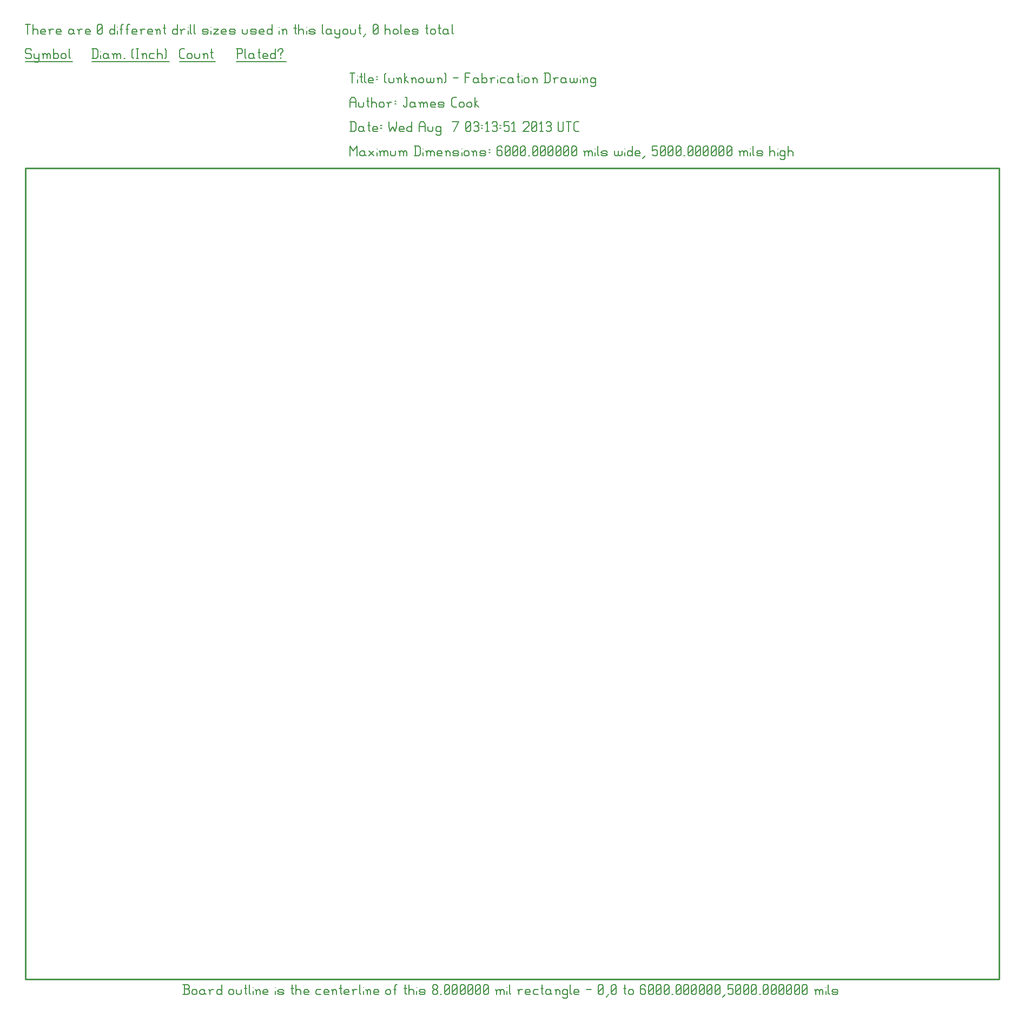
<source format=gbr>
G04 start of page 16 for group -3984 idx -3984 *
G04 Title: (unknown), fab *
G04 Creator: pcb 20110918 *
G04 CreationDate: Wed Aug  7 03:13:51 2013 UTC *
G04 For: mokus *
G04 Format: Gerber/RS-274X *
G04 PCB-Dimensions: 600000 500000 *
G04 PCB-Coordinate-Origin: lower left *
%MOIN*%
%FSLAX25Y25*%
%LNFAB*%
%ADD18C,0.0100*%
%ADD17C,0.0075*%
%ADD16C,0.0060*%
G54D16*X3000Y573500D02*X3750Y572750D01*
X750Y573500D02*X3000D01*
X0Y572750D02*X750Y573500D01*
X0Y572750D02*Y571250D01*
X750Y570500D01*
X3000D01*
X3750Y569750D01*
Y568250D01*
X3000Y567500D02*X3750Y568250D01*
X750Y567500D02*X3000D01*
X0Y568250D02*X750Y567500D01*
X5550Y570500D02*Y568250D01*
X6300Y567500D01*
X8550Y570500D02*Y566000D01*
X7800Y565250D02*X8550Y566000D01*
X6300Y565250D02*X7800D01*
X5550Y566000D02*X6300Y565250D01*
Y567500D02*X7800D01*
X8550Y568250D01*
X11100Y569750D02*Y567500D01*
Y569750D02*X11850Y570500D01*
X12600D01*
X13350Y569750D01*
Y567500D01*
Y569750D02*X14100Y570500D01*
X14850D01*
X15600Y569750D01*
Y567500D01*
X10350Y570500D02*X11100Y569750D01*
X17400Y573500D02*Y567500D01*
Y568250D02*X18150Y567500D01*
X19650D01*
X20400Y568250D01*
Y569750D02*Y568250D01*
X19650Y570500D02*X20400Y569750D01*
X18150Y570500D02*X19650D01*
X17400Y569750D02*X18150Y570500D01*
X22200Y569750D02*Y568250D01*
Y569750D02*X22950Y570500D01*
X24450D01*
X25200Y569750D01*
Y568250D01*
X24450Y567500D02*X25200Y568250D01*
X22950Y567500D02*X24450D01*
X22200Y568250D02*X22950Y567500D01*
X27000Y573500D02*Y568250D01*
X27750Y567500D01*
X0Y565750D02*X29250D01*
X41750Y573500D02*Y567500D01*
X43700Y573500D02*X44750Y572450D01*
Y568550D01*
X43700Y567500D02*X44750Y568550D01*
X41000Y567500D02*X43700D01*
X41000Y573500D02*X43700D01*
G54D17*X46550Y572000D02*Y571850D01*
G54D16*Y569750D02*Y567500D01*
X50300Y570500D02*X51050Y569750D01*
X48800Y570500D02*X50300D01*
X48050Y569750D02*X48800Y570500D01*
X48050Y569750D02*Y568250D01*
X48800Y567500D01*
X51050Y570500D02*Y568250D01*
X51800Y567500D01*
X48800D02*X50300D01*
X51050Y568250D01*
X54350Y569750D02*Y567500D01*
Y569750D02*X55100Y570500D01*
X55850D01*
X56600Y569750D01*
Y567500D01*
Y569750D02*X57350Y570500D01*
X58100D01*
X58850Y569750D01*
Y567500D01*
X53600Y570500D02*X54350Y569750D01*
X60650Y567500D02*X61400D01*
X65900Y568250D02*X66650Y567500D01*
X65900Y572750D02*X66650Y573500D01*
X65900Y572750D02*Y568250D01*
X68450Y573500D02*X69950D01*
X69200D02*Y567500D01*
X68450D02*X69950D01*
X72500Y569750D02*Y567500D01*
Y569750D02*X73250Y570500D01*
X74000D01*
X74750Y569750D01*
Y567500D01*
X71750Y570500D02*X72500Y569750D01*
X77300Y570500D02*X79550D01*
X76550Y569750D02*X77300Y570500D01*
X76550Y569750D02*Y568250D01*
X77300Y567500D01*
X79550D01*
X81350Y573500D02*Y567500D01*
Y569750D02*X82100Y570500D01*
X83600D01*
X84350Y569750D01*
Y567500D01*
X86150Y573500D02*X86900Y572750D01*
Y568250D01*
X86150Y567500D02*X86900Y568250D01*
X41000Y565750D02*X88700D01*
X96050Y567500D02*X98000D01*
X95000Y568550D02*X96050Y567500D01*
X95000Y572450D02*Y568550D01*
Y572450D02*X96050Y573500D01*
X98000D01*
X99800Y569750D02*Y568250D01*
Y569750D02*X100550Y570500D01*
X102050D01*
X102800Y569750D01*
Y568250D01*
X102050Y567500D02*X102800Y568250D01*
X100550Y567500D02*X102050D01*
X99800Y568250D02*X100550Y567500D01*
X104600Y570500D02*Y568250D01*
X105350Y567500D01*
X106850D01*
X107600Y568250D01*
Y570500D02*Y568250D01*
X110150Y569750D02*Y567500D01*
Y569750D02*X110900Y570500D01*
X111650D01*
X112400Y569750D01*
Y567500D01*
X109400Y570500D02*X110150Y569750D01*
X114950Y573500D02*Y568250D01*
X115700Y567500D01*
X114200Y571250D02*X115700D01*
X95000Y565750D02*X117200D01*
X130750Y573500D02*Y567500D01*
X130000Y573500D02*X133000D01*
X133750Y572750D01*
Y571250D01*
X133000Y570500D02*X133750Y571250D01*
X130750Y570500D02*X133000D01*
X135550Y573500D02*Y568250D01*
X136300Y567500D01*
X140050Y570500D02*X140800Y569750D01*
X138550Y570500D02*X140050D01*
X137800Y569750D02*X138550Y570500D01*
X137800Y569750D02*Y568250D01*
X138550Y567500D01*
X140800Y570500D02*Y568250D01*
X141550Y567500D01*
X138550D02*X140050D01*
X140800Y568250D01*
X144100Y573500D02*Y568250D01*
X144850Y567500D01*
X143350Y571250D02*X144850D01*
X147100Y567500D02*X149350D01*
X146350Y568250D02*X147100Y567500D01*
X146350Y569750D02*Y568250D01*
Y569750D02*X147100Y570500D01*
X148600D01*
X149350Y569750D01*
X146350Y569000D02*X149350D01*
Y569750D02*Y569000D01*
X154150Y573500D02*Y567500D01*
X153400D02*X154150Y568250D01*
X151900Y567500D02*X153400D01*
X151150Y568250D02*X151900Y567500D01*
X151150Y569750D02*Y568250D01*
Y569750D02*X151900Y570500D01*
X153400D01*
X154150Y569750D01*
X157450Y570500D02*Y569750D01*
Y568250D02*Y567500D01*
X155950Y572750D02*Y572000D01*
Y572750D02*X156700Y573500D01*
X158200D01*
X158950Y572750D01*
Y572000D01*
X157450Y570500D02*X158950Y572000D01*
X130000Y565750D02*X160750D01*
X0Y588500D02*X3000D01*
X1500D02*Y582500D01*
X4800Y588500D02*Y582500D01*
Y584750D02*X5550Y585500D01*
X7050D01*
X7800Y584750D01*
Y582500D01*
X10350D02*X12600D01*
X9600Y583250D02*X10350Y582500D01*
X9600Y584750D02*Y583250D01*
Y584750D02*X10350Y585500D01*
X11850D01*
X12600Y584750D01*
X9600Y584000D02*X12600D01*
Y584750D02*Y584000D01*
X15150Y584750D02*Y582500D01*
Y584750D02*X15900Y585500D01*
X17400D01*
X14400D02*X15150Y584750D01*
X19950Y582500D02*X22200D01*
X19200Y583250D02*X19950Y582500D01*
X19200Y584750D02*Y583250D01*
Y584750D02*X19950Y585500D01*
X21450D01*
X22200Y584750D01*
X19200Y584000D02*X22200D01*
Y584750D02*Y584000D01*
X28950Y585500D02*X29700Y584750D01*
X27450Y585500D02*X28950D01*
X26700Y584750D02*X27450Y585500D01*
X26700Y584750D02*Y583250D01*
X27450Y582500D01*
X29700Y585500D02*Y583250D01*
X30450Y582500D01*
X27450D02*X28950D01*
X29700Y583250D01*
X33000Y584750D02*Y582500D01*
Y584750D02*X33750Y585500D01*
X35250D01*
X32250D02*X33000Y584750D01*
X37800Y582500D02*X40050D01*
X37050Y583250D02*X37800Y582500D01*
X37050Y584750D02*Y583250D01*
Y584750D02*X37800Y585500D01*
X39300D01*
X40050Y584750D01*
X37050Y584000D02*X40050D01*
Y584750D02*Y584000D01*
X44550Y583250D02*X45300Y582500D01*
X44550Y587750D02*Y583250D01*
Y587750D02*X45300Y588500D01*
X46800D01*
X47550Y587750D01*
Y583250D01*
X46800Y582500D02*X47550Y583250D01*
X45300Y582500D02*X46800D01*
X44550Y584000D02*X47550Y587000D01*
X55050Y588500D02*Y582500D01*
X54300D02*X55050Y583250D01*
X52800Y582500D02*X54300D01*
X52050Y583250D02*X52800Y582500D01*
X52050Y584750D02*Y583250D01*
Y584750D02*X52800Y585500D01*
X54300D01*
X55050Y584750D01*
G54D17*X56850Y587000D02*Y586850D01*
G54D16*Y584750D02*Y582500D01*
X59100Y587750D02*Y582500D01*
Y587750D02*X59850Y588500D01*
X60600D01*
X58350Y585500D02*X59850D01*
X62850Y587750D02*Y582500D01*
Y587750D02*X63600Y588500D01*
X64350D01*
X62100Y585500D02*X63600D01*
X66600Y582500D02*X68850D01*
X65850Y583250D02*X66600Y582500D01*
X65850Y584750D02*Y583250D01*
Y584750D02*X66600Y585500D01*
X68100D01*
X68850Y584750D01*
X65850Y584000D02*X68850D01*
Y584750D02*Y584000D01*
X71400Y584750D02*Y582500D01*
Y584750D02*X72150Y585500D01*
X73650D01*
X70650D02*X71400Y584750D01*
X76200Y582500D02*X78450D01*
X75450Y583250D02*X76200Y582500D01*
X75450Y584750D02*Y583250D01*
Y584750D02*X76200Y585500D01*
X77700D01*
X78450Y584750D01*
X75450Y584000D02*X78450D01*
Y584750D02*Y584000D01*
X81000Y584750D02*Y582500D01*
Y584750D02*X81750Y585500D01*
X82500D01*
X83250Y584750D01*
Y582500D01*
X80250Y585500D02*X81000Y584750D01*
X85800Y588500D02*Y583250D01*
X86550Y582500D01*
X85050Y586250D02*X86550D01*
X93750Y588500D02*Y582500D01*
X93000D02*X93750Y583250D01*
X91500Y582500D02*X93000D01*
X90750Y583250D02*X91500Y582500D01*
X90750Y584750D02*Y583250D01*
Y584750D02*X91500Y585500D01*
X93000D01*
X93750Y584750D01*
X96300D02*Y582500D01*
Y584750D02*X97050Y585500D01*
X98550D01*
X95550D02*X96300Y584750D01*
G54D17*X100350Y587000D02*Y586850D01*
G54D16*Y584750D02*Y582500D01*
X101850Y588500D02*Y583250D01*
X102600Y582500D01*
X104100Y588500D02*Y583250D01*
X104850Y582500D01*
X109800D02*X112050D01*
X112800Y583250D01*
X112050Y584000D02*X112800Y583250D01*
X109800Y584000D02*X112050D01*
X109050Y584750D02*X109800Y584000D01*
X109050Y584750D02*X109800Y585500D01*
X112050D01*
X112800Y584750D01*
X109050Y583250D02*X109800Y582500D01*
G54D17*X114600Y587000D02*Y586850D01*
G54D16*Y584750D02*Y582500D01*
X116100Y585500D02*X119100D01*
X116100Y582500D02*X119100Y585500D01*
X116100Y582500D02*X119100D01*
X121650D02*X123900D01*
X120900Y583250D02*X121650Y582500D01*
X120900Y584750D02*Y583250D01*
Y584750D02*X121650Y585500D01*
X123150D01*
X123900Y584750D01*
X120900Y584000D02*X123900D01*
Y584750D02*Y584000D01*
X126450Y582500D02*X128700D01*
X129450Y583250D01*
X128700Y584000D02*X129450Y583250D01*
X126450Y584000D02*X128700D01*
X125700Y584750D02*X126450Y584000D01*
X125700Y584750D02*X126450Y585500D01*
X128700D01*
X129450Y584750D01*
X125700Y583250D02*X126450Y582500D01*
X133950Y585500D02*Y583250D01*
X134700Y582500D01*
X136200D01*
X136950Y583250D01*
Y585500D02*Y583250D01*
X139500Y582500D02*X141750D01*
X142500Y583250D01*
X141750Y584000D02*X142500Y583250D01*
X139500Y584000D02*X141750D01*
X138750Y584750D02*X139500Y584000D01*
X138750Y584750D02*X139500Y585500D01*
X141750D01*
X142500Y584750D01*
X138750Y583250D02*X139500Y582500D01*
X145050D02*X147300D01*
X144300Y583250D02*X145050Y582500D01*
X144300Y584750D02*Y583250D01*
Y584750D02*X145050Y585500D01*
X146550D01*
X147300Y584750D01*
X144300Y584000D02*X147300D01*
Y584750D02*Y584000D01*
X152100Y588500D02*Y582500D01*
X151350D02*X152100Y583250D01*
X149850Y582500D02*X151350D01*
X149100Y583250D02*X149850Y582500D01*
X149100Y584750D02*Y583250D01*
Y584750D02*X149850Y585500D01*
X151350D01*
X152100Y584750D01*
G54D17*X156600Y587000D02*Y586850D01*
G54D16*Y584750D02*Y582500D01*
X158850Y584750D02*Y582500D01*
Y584750D02*X159600Y585500D01*
X160350D01*
X161100Y584750D01*
Y582500D01*
X158100Y585500D02*X158850Y584750D01*
X166350Y588500D02*Y583250D01*
X167100Y582500D01*
X165600Y586250D02*X167100D01*
X168600Y588500D02*Y582500D01*
Y584750D02*X169350Y585500D01*
X170850D01*
X171600Y584750D01*
Y582500D01*
G54D17*X173400Y587000D02*Y586850D01*
G54D16*Y584750D02*Y582500D01*
X175650D02*X177900D01*
X178650Y583250D01*
X177900Y584000D02*X178650Y583250D01*
X175650Y584000D02*X177900D01*
X174900Y584750D02*X175650Y584000D01*
X174900Y584750D02*X175650Y585500D01*
X177900D01*
X178650Y584750D01*
X174900Y583250D02*X175650Y582500D01*
X183150Y588500D02*Y583250D01*
X183900Y582500D01*
X187650Y585500D02*X188400Y584750D01*
X186150Y585500D02*X187650D01*
X185400Y584750D02*X186150Y585500D01*
X185400Y584750D02*Y583250D01*
X186150Y582500D01*
X188400Y585500D02*Y583250D01*
X189150Y582500D01*
X186150D02*X187650D01*
X188400Y583250D01*
X190950Y585500D02*Y583250D01*
X191700Y582500D01*
X193950Y585500D02*Y581000D01*
X193200Y580250D02*X193950Y581000D01*
X191700Y580250D02*X193200D01*
X190950Y581000D02*X191700Y580250D01*
Y582500D02*X193200D01*
X193950Y583250D01*
X195750Y584750D02*Y583250D01*
Y584750D02*X196500Y585500D01*
X198000D01*
X198750Y584750D01*
Y583250D01*
X198000Y582500D02*X198750Y583250D01*
X196500Y582500D02*X198000D01*
X195750Y583250D02*X196500Y582500D01*
X200550Y585500D02*Y583250D01*
X201300Y582500D01*
X202800D01*
X203550Y583250D01*
Y585500D02*Y583250D01*
X206100Y588500D02*Y583250D01*
X206850Y582500D01*
X205350Y586250D02*X206850D01*
X208350Y581000D02*X209850Y582500D01*
X214350Y583250D02*X215100Y582500D01*
X214350Y587750D02*Y583250D01*
Y587750D02*X215100Y588500D01*
X216600D01*
X217350Y587750D01*
Y583250D01*
X216600Y582500D02*X217350Y583250D01*
X215100Y582500D02*X216600D01*
X214350Y584000D02*X217350Y587000D01*
X221850Y588500D02*Y582500D01*
Y584750D02*X222600Y585500D01*
X224100D01*
X224850Y584750D01*
Y582500D01*
X226650Y584750D02*Y583250D01*
Y584750D02*X227400Y585500D01*
X228900D01*
X229650Y584750D01*
Y583250D01*
X228900Y582500D02*X229650Y583250D01*
X227400Y582500D02*X228900D01*
X226650Y583250D02*X227400Y582500D01*
X231450Y588500D02*Y583250D01*
X232200Y582500D01*
X234450D02*X236700D01*
X233700Y583250D02*X234450Y582500D01*
X233700Y584750D02*Y583250D01*
Y584750D02*X234450Y585500D01*
X235950D01*
X236700Y584750D01*
X233700Y584000D02*X236700D01*
Y584750D02*Y584000D01*
X239250Y582500D02*X241500D01*
X242250Y583250D01*
X241500Y584000D02*X242250Y583250D01*
X239250Y584000D02*X241500D01*
X238500Y584750D02*X239250Y584000D01*
X238500Y584750D02*X239250Y585500D01*
X241500D01*
X242250Y584750D01*
X238500Y583250D02*X239250Y582500D01*
X247500Y588500D02*Y583250D01*
X248250Y582500D01*
X246750Y586250D02*X248250D01*
X249750Y584750D02*Y583250D01*
Y584750D02*X250500Y585500D01*
X252000D01*
X252750Y584750D01*
Y583250D01*
X252000Y582500D02*X252750Y583250D01*
X250500Y582500D02*X252000D01*
X249750Y583250D02*X250500Y582500D01*
X255300Y588500D02*Y583250D01*
X256050Y582500D01*
X254550Y586250D02*X256050D01*
X259800Y585500D02*X260550Y584750D01*
X258300Y585500D02*X259800D01*
X257550Y584750D02*X258300Y585500D01*
X257550Y584750D02*Y583250D01*
X258300Y582500D01*
X260550Y585500D02*Y583250D01*
X261300Y582500D01*
X258300D02*X259800D01*
X260550Y583250D01*
X263100Y588500D02*Y583250D01*
X263850Y582500D01*
G54D18*X0Y500000D02*X600000D01*
X0D02*Y0D01*
X600000Y500000D02*Y0D01*
X0D02*X600000D01*
G54D16*X200000Y513500D02*Y507500D01*
Y513500D02*X202250Y510500D01*
X204500Y513500D01*
Y507500D01*
X208550Y510500D02*X209300Y509750D01*
X207050Y510500D02*X208550D01*
X206300Y509750D02*X207050Y510500D01*
X206300Y509750D02*Y508250D01*
X207050Y507500D01*
X209300Y510500D02*Y508250D01*
X210050Y507500D01*
X207050D02*X208550D01*
X209300Y508250D01*
X211850Y510500D02*X214850Y507500D01*
X211850D02*X214850Y510500D01*
G54D17*X216650Y512000D02*Y511850D01*
G54D16*Y509750D02*Y507500D01*
X218900Y509750D02*Y507500D01*
Y509750D02*X219650Y510500D01*
X220400D01*
X221150Y509750D01*
Y507500D01*
Y509750D02*X221900Y510500D01*
X222650D01*
X223400Y509750D01*
Y507500D01*
X218150Y510500D02*X218900Y509750D01*
X225200Y510500D02*Y508250D01*
X225950Y507500D01*
X227450D01*
X228200Y508250D01*
Y510500D02*Y508250D01*
X230750Y509750D02*Y507500D01*
Y509750D02*X231500Y510500D01*
X232250D01*
X233000Y509750D01*
Y507500D01*
Y509750D02*X233750Y510500D01*
X234500D01*
X235250Y509750D01*
Y507500D01*
X230000Y510500D02*X230750Y509750D01*
X240500Y513500D02*Y507500D01*
X242450Y513500D02*X243500Y512450D01*
Y508550D01*
X242450Y507500D02*X243500Y508550D01*
X239750Y507500D02*X242450D01*
X239750Y513500D02*X242450D01*
G54D17*X245300Y512000D02*Y511850D01*
G54D16*Y509750D02*Y507500D01*
X247550Y509750D02*Y507500D01*
Y509750D02*X248300Y510500D01*
X249050D01*
X249800Y509750D01*
Y507500D01*
Y509750D02*X250550Y510500D01*
X251300D01*
X252050Y509750D01*
Y507500D01*
X246800Y510500D02*X247550Y509750D01*
X254600Y507500D02*X256850D01*
X253850Y508250D02*X254600Y507500D01*
X253850Y509750D02*Y508250D01*
Y509750D02*X254600Y510500D01*
X256100D01*
X256850Y509750D01*
X253850Y509000D02*X256850D01*
Y509750D02*Y509000D01*
X259400Y509750D02*Y507500D01*
Y509750D02*X260150Y510500D01*
X260900D01*
X261650Y509750D01*
Y507500D01*
X258650Y510500D02*X259400Y509750D01*
X264200Y507500D02*X266450D01*
X267200Y508250D01*
X266450Y509000D02*X267200Y508250D01*
X264200Y509000D02*X266450D01*
X263450Y509750D02*X264200Y509000D01*
X263450Y509750D02*X264200Y510500D01*
X266450D01*
X267200Y509750D01*
X263450Y508250D02*X264200Y507500D01*
G54D17*X269000Y512000D02*Y511850D01*
G54D16*Y509750D02*Y507500D01*
X270500Y509750D02*Y508250D01*
Y509750D02*X271250Y510500D01*
X272750D01*
X273500Y509750D01*
Y508250D01*
X272750Y507500D02*X273500Y508250D01*
X271250Y507500D02*X272750D01*
X270500Y508250D02*X271250Y507500D01*
X276050Y509750D02*Y507500D01*
Y509750D02*X276800Y510500D01*
X277550D01*
X278300Y509750D01*
Y507500D01*
X275300Y510500D02*X276050Y509750D01*
X280850Y507500D02*X283100D01*
X283850Y508250D01*
X283100Y509000D02*X283850Y508250D01*
X280850Y509000D02*X283100D01*
X280100Y509750D02*X280850Y509000D01*
X280100Y509750D02*X280850Y510500D01*
X283100D01*
X283850Y509750D01*
X280100Y508250D02*X280850Y507500D01*
X285650Y511250D02*X286400D01*
X285650Y509750D02*X286400D01*
X293150Y513500D02*X293900Y512750D01*
X291650Y513500D02*X293150D01*
X290900Y512750D02*X291650Y513500D01*
X290900Y512750D02*Y508250D01*
X291650Y507500D01*
X293150Y510800D02*X293900Y510050D01*
X290900Y510800D02*X293150D01*
X291650Y507500D02*X293150D01*
X293900Y508250D01*
Y510050D02*Y508250D01*
X295700D02*X296450Y507500D01*
X295700Y512750D02*Y508250D01*
Y512750D02*X296450Y513500D01*
X297950D01*
X298700Y512750D01*
Y508250D01*
X297950Y507500D02*X298700Y508250D01*
X296450Y507500D02*X297950D01*
X295700Y509000D02*X298700Y512000D01*
X300500Y508250D02*X301250Y507500D01*
X300500Y512750D02*Y508250D01*
Y512750D02*X301250Y513500D01*
X302750D01*
X303500Y512750D01*
Y508250D01*
X302750Y507500D02*X303500Y508250D01*
X301250Y507500D02*X302750D01*
X300500Y509000D02*X303500Y512000D01*
X305300Y508250D02*X306050Y507500D01*
X305300Y512750D02*Y508250D01*
Y512750D02*X306050Y513500D01*
X307550D01*
X308300Y512750D01*
Y508250D01*
X307550Y507500D02*X308300Y508250D01*
X306050Y507500D02*X307550D01*
X305300Y509000D02*X308300Y512000D01*
X310100Y507500D02*X310850D01*
X312650Y508250D02*X313400Y507500D01*
X312650Y512750D02*Y508250D01*
Y512750D02*X313400Y513500D01*
X314900D01*
X315650Y512750D01*
Y508250D01*
X314900Y507500D02*X315650Y508250D01*
X313400Y507500D02*X314900D01*
X312650Y509000D02*X315650Y512000D01*
X317450Y508250D02*X318200Y507500D01*
X317450Y512750D02*Y508250D01*
Y512750D02*X318200Y513500D01*
X319700D01*
X320450Y512750D01*
Y508250D01*
X319700Y507500D02*X320450Y508250D01*
X318200Y507500D02*X319700D01*
X317450Y509000D02*X320450Y512000D01*
X322250Y508250D02*X323000Y507500D01*
X322250Y512750D02*Y508250D01*
Y512750D02*X323000Y513500D01*
X324500D01*
X325250Y512750D01*
Y508250D01*
X324500Y507500D02*X325250Y508250D01*
X323000Y507500D02*X324500D01*
X322250Y509000D02*X325250Y512000D01*
X327050Y508250D02*X327800Y507500D01*
X327050Y512750D02*Y508250D01*
Y512750D02*X327800Y513500D01*
X329300D01*
X330050Y512750D01*
Y508250D01*
X329300Y507500D02*X330050Y508250D01*
X327800Y507500D02*X329300D01*
X327050Y509000D02*X330050Y512000D01*
X331850Y508250D02*X332600Y507500D01*
X331850Y512750D02*Y508250D01*
Y512750D02*X332600Y513500D01*
X334100D01*
X334850Y512750D01*
Y508250D01*
X334100Y507500D02*X334850Y508250D01*
X332600Y507500D02*X334100D01*
X331850Y509000D02*X334850Y512000D01*
X336650Y508250D02*X337400Y507500D01*
X336650Y512750D02*Y508250D01*
Y512750D02*X337400Y513500D01*
X338900D01*
X339650Y512750D01*
Y508250D01*
X338900Y507500D02*X339650Y508250D01*
X337400Y507500D02*X338900D01*
X336650Y509000D02*X339650Y512000D01*
X344900Y509750D02*Y507500D01*
Y509750D02*X345650Y510500D01*
X346400D01*
X347150Y509750D01*
Y507500D01*
Y509750D02*X347900Y510500D01*
X348650D01*
X349400Y509750D01*
Y507500D01*
X344150Y510500D02*X344900Y509750D01*
G54D17*X351200Y512000D02*Y511850D01*
G54D16*Y509750D02*Y507500D01*
X352700Y513500D02*Y508250D01*
X353450Y507500D01*
X355700D02*X357950D01*
X358700Y508250D01*
X357950Y509000D02*X358700Y508250D01*
X355700Y509000D02*X357950D01*
X354950Y509750D02*X355700Y509000D01*
X354950Y509750D02*X355700Y510500D01*
X357950D01*
X358700Y509750D01*
X354950Y508250D02*X355700Y507500D01*
X363200Y510500D02*Y508250D01*
X363950Y507500D01*
X364700D01*
X365450Y508250D01*
Y510500D02*Y508250D01*
X366200Y507500D01*
X366950D01*
X367700Y508250D01*
Y510500D02*Y508250D01*
G54D17*X369500Y512000D02*Y511850D01*
G54D16*Y509750D02*Y507500D01*
X374000Y513500D02*Y507500D01*
X373250D02*X374000Y508250D01*
X371750Y507500D02*X373250D01*
X371000Y508250D02*X371750Y507500D01*
X371000Y509750D02*Y508250D01*
Y509750D02*X371750Y510500D01*
X373250D01*
X374000Y509750D01*
X376550Y507500D02*X378800D01*
X375800Y508250D02*X376550Y507500D01*
X375800Y509750D02*Y508250D01*
Y509750D02*X376550Y510500D01*
X378050D01*
X378800Y509750D01*
X375800Y509000D02*X378800D01*
Y509750D02*Y509000D01*
X380600Y506000D02*X382100Y507500D01*
X386600Y513500D02*X389600D01*
X386600D02*Y510500D01*
X387350Y511250D01*
X388850D01*
X389600Y510500D01*
Y508250D01*
X388850Y507500D02*X389600Y508250D01*
X387350Y507500D02*X388850D01*
X386600Y508250D02*X387350Y507500D01*
X391400Y508250D02*X392150Y507500D01*
X391400Y512750D02*Y508250D01*
Y512750D02*X392150Y513500D01*
X393650D01*
X394400Y512750D01*
Y508250D01*
X393650Y507500D02*X394400Y508250D01*
X392150Y507500D02*X393650D01*
X391400Y509000D02*X394400Y512000D01*
X396200Y508250D02*X396950Y507500D01*
X396200Y512750D02*Y508250D01*
Y512750D02*X396950Y513500D01*
X398450D01*
X399200Y512750D01*
Y508250D01*
X398450Y507500D02*X399200Y508250D01*
X396950Y507500D02*X398450D01*
X396200Y509000D02*X399200Y512000D01*
X401000Y508250D02*X401750Y507500D01*
X401000Y512750D02*Y508250D01*
Y512750D02*X401750Y513500D01*
X403250D01*
X404000Y512750D01*
Y508250D01*
X403250Y507500D02*X404000Y508250D01*
X401750Y507500D02*X403250D01*
X401000Y509000D02*X404000Y512000D01*
X405800Y507500D02*X406550D01*
X408350Y508250D02*X409100Y507500D01*
X408350Y512750D02*Y508250D01*
Y512750D02*X409100Y513500D01*
X410600D01*
X411350Y512750D01*
Y508250D01*
X410600Y507500D02*X411350Y508250D01*
X409100Y507500D02*X410600D01*
X408350Y509000D02*X411350Y512000D01*
X413150Y508250D02*X413900Y507500D01*
X413150Y512750D02*Y508250D01*
Y512750D02*X413900Y513500D01*
X415400D01*
X416150Y512750D01*
Y508250D01*
X415400Y507500D02*X416150Y508250D01*
X413900Y507500D02*X415400D01*
X413150Y509000D02*X416150Y512000D01*
X417950Y508250D02*X418700Y507500D01*
X417950Y512750D02*Y508250D01*
Y512750D02*X418700Y513500D01*
X420200D01*
X420950Y512750D01*
Y508250D01*
X420200Y507500D02*X420950Y508250D01*
X418700Y507500D02*X420200D01*
X417950Y509000D02*X420950Y512000D01*
X422750Y508250D02*X423500Y507500D01*
X422750Y512750D02*Y508250D01*
Y512750D02*X423500Y513500D01*
X425000D01*
X425750Y512750D01*
Y508250D01*
X425000Y507500D02*X425750Y508250D01*
X423500Y507500D02*X425000D01*
X422750Y509000D02*X425750Y512000D01*
X427550Y508250D02*X428300Y507500D01*
X427550Y512750D02*Y508250D01*
Y512750D02*X428300Y513500D01*
X429800D01*
X430550Y512750D01*
Y508250D01*
X429800Y507500D02*X430550Y508250D01*
X428300Y507500D02*X429800D01*
X427550Y509000D02*X430550Y512000D01*
X432350Y508250D02*X433100Y507500D01*
X432350Y512750D02*Y508250D01*
Y512750D02*X433100Y513500D01*
X434600D01*
X435350Y512750D01*
Y508250D01*
X434600Y507500D02*X435350Y508250D01*
X433100Y507500D02*X434600D01*
X432350Y509000D02*X435350Y512000D01*
X440600Y509750D02*Y507500D01*
Y509750D02*X441350Y510500D01*
X442100D01*
X442850Y509750D01*
Y507500D01*
Y509750D02*X443600Y510500D01*
X444350D01*
X445100Y509750D01*
Y507500D01*
X439850Y510500D02*X440600Y509750D01*
G54D17*X446900Y512000D02*Y511850D01*
G54D16*Y509750D02*Y507500D01*
X448400Y513500D02*Y508250D01*
X449150Y507500D01*
X451400D02*X453650D01*
X454400Y508250D01*
X453650Y509000D02*X454400Y508250D01*
X451400Y509000D02*X453650D01*
X450650Y509750D02*X451400Y509000D01*
X450650Y509750D02*X451400Y510500D01*
X453650D01*
X454400Y509750D01*
X450650Y508250D02*X451400Y507500D01*
X458900Y513500D02*Y507500D01*
Y509750D02*X459650Y510500D01*
X461150D01*
X461900Y509750D01*
Y507500D01*
G54D17*X463700Y512000D02*Y511850D01*
G54D16*Y509750D02*Y507500D01*
X467450Y510500D02*X468200Y509750D01*
X465950Y510500D02*X467450D01*
X465200Y509750D02*X465950Y510500D01*
X465200Y509750D02*Y508250D01*
X465950Y507500D01*
X467450D01*
X468200Y508250D01*
X465200Y506000D02*X465950Y505250D01*
X467450D01*
X468200Y506000D01*
Y510500D02*Y506000D01*
X470000Y513500D02*Y507500D01*
Y509750D02*X470750Y510500D01*
X472250D01*
X473000Y509750D01*
Y507500D01*
X97275Y-9500D02*X100275D01*
X101025Y-8750D01*
Y-6950D02*Y-8750D01*
X100275Y-6200D02*X101025Y-6950D01*
X98025Y-6200D02*X100275D01*
X98025Y-3500D02*Y-9500D01*
X97275Y-3500D02*X100275D01*
X101025Y-4250D01*
Y-5450D01*
X100275Y-6200D02*X101025Y-5450D01*
X102825Y-7250D02*Y-8750D01*
Y-7250D02*X103575Y-6500D01*
X105075D01*
X105825Y-7250D01*
Y-8750D01*
X105075Y-9500D02*X105825Y-8750D01*
X103575Y-9500D02*X105075D01*
X102825Y-8750D02*X103575Y-9500D01*
X109875Y-6500D02*X110625Y-7250D01*
X108375Y-6500D02*X109875D01*
X107625Y-7250D02*X108375Y-6500D01*
X107625Y-7250D02*Y-8750D01*
X108375Y-9500D01*
X110625Y-6500D02*Y-8750D01*
X111375Y-9500D01*
X108375D02*X109875D01*
X110625Y-8750D01*
X113925Y-7250D02*Y-9500D01*
Y-7250D02*X114675Y-6500D01*
X116175D01*
X113175D02*X113925Y-7250D01*
X120975Y-3500D02*Y-9500D01*
X120225D02*X120975Y-8750D01*
X118725Y-9500D02*X120225D01*
X117975Y-8750D02*X118725Y-9500D01*
X117975Y-7250D02*Y-8750D01*
Y-7250D02*X118725Y-6500D01*
X120225D01*
X120975Y-7250D01*
X125475D02*Y-8750D01*
Y-7250D02*X126225Y-6500D01*
X127725D01*
X128475Y-7250D01*
Y-8750D01*
X127725Y-9500D02*X128475Y-8750D01*
X126225Y-9500D02*X127725D01*
X125475Y-8750D02*X126225Y-9500D01*
X130275Y-6500D02*Y-8750D01*
X131025Y-9500D01*
X132525D01*
X133275Y-8750D01*
Y-6500D02*Y-8750D01*
X135825Y-3500D02*Y-8750D01*
X136575Y-9500D01*
X135075Y-5750D02*X136575D01*
X138075Y-3500D02*Y-8750D01*
X138825Y-9500D01*
G54D17*X140325Y-5000D02*Y-5150D01*
G54D16*Y-7250D02*Y-9500D01*
X142575Y-7250D02*Y-9500D01*
Y-7250D02*X143325Y-6500D01*
X144075D01*
X144825Y-7250D01*
Y-9500D01*
X141825Y-6500D02*X142575Y-7250D01*
X147375Y-9500D02*X149625D01*
X146625Y-8750D02*X147375Y-9500D01*
X146625Y-7250D02*Y-8750D01*
Y-7250D02*X147375Y-6500D01*
X148875D01*
X149625Y-7250D01*
X146625Y-8000D02*X149625D01*
Y-7250D02*Y-8000D01*
G54D17*X154125Y-5000D02*Y-5150D01*
G54D16*Y-7250D02*Y-9500D01*
X156375D02*X158625D01*
X159375Y-8750D01*
X158625Y-8000D02*X159375Y-8750D01*
X156375Y-8000D02*X158625D01*
X155625Y-7250D02*X156375Y-8000D01*
X155625Y-7250D02*X156375Y-6500D01*
X158625D01*
X159375Y-7250D01*
X155625Y-8750D02*X156375Y-9500D01*
X164625Y-3500D02*Y-8750D01*
X165375Y-9500D01*
X163875Y-5750D02*X165375D01*
X166875Y-3500D02*Y-9500D01*
Y-7250D02*X167625Y-6500D01*
X169125D01*
X169875Y-7250D01*
Y-9500D01*
X172425D02*X174675D01*
X171675Y-8750D02*X172425Y-9500D01*
X171675Y-7250D02*Y-8750D01*
Y-7250D02*X172425Y-6500D01*
X173925D01*
X174675Y-7250D01*
X171675Y-8000D02*X174675D01*
Y-7250D02*Y-8000D01*
X179925Y-6500D02*X182175D01*
X179175Y-7250D02*X179925Y-6500D01*
X179175Y-7250D02*Y-8750D01*
X179925Y-9500D01*
X182175D01*
X184725D02*X186975D01*
X183975Y-8750D02*X184725Y-9500D01*
X183975Y-7250D02*Y-8750D01*
Y-7250D02*X184725Y-6500D01*
X186225D01*
X186975Y-7250D01*
X183975Y-8000D02*X186975D01*
Y-7250D02*Y-8000D01*
X189525Y-7250D02*Y-9500D01*
Y-7250D02*X190275Y-6500D01*
X191025D01*
X191775Y-7250D01*
Y-9500D01*
X188775Y-6500D02*X189525Y-7250D01*
X194325Y-3500D02*Y-8750D01*
X195075Y-9500D01*
X193575Y-5750D02*X195075D01*
X197325Y-9500D02*X199575D01*
X196575Y-8750D02*X197325Y-9500D01*
X196575Y-7250D02*Y-8750D01*
Y-7250D02*X197325Y-6500D01*
X198825D01*
X199575Y-7250D01*
X196575Y-8000D02*X199575D01*
Y-7250D02*Y-8000D01*
X202125Y-7250D02*Y-9500D01*
Y-7250D02*X202875Y-6500D01*
X204375D01*
X201375D02*X202125Y-7250D01*
X206175Y-3500D02*Y-8750D01*
X206925Y-9500D01*
G54D17*X208425Y-5000D02*Y-5150D01*
G54D16*Y-7250D02*Y-9500D01*
X210675Y-7250D02*Y-9500D01*
Y-7250D02*X211425Y-6500D01*
X212175D01*
X212925Y-7250D01*
Y-9500D01*
X209925Y-6500D02*X210675Y-7250D01*
X215475Y-9500D02*X217725D01*
X214725Y-8750D02*X215475Y-9500D01*
X214725Y-7250D02*Y-8750D01*
Y-7250D02*X215475Y-6500D01*
X216975D01*
X217725Y-7250D01*
X214725Y-8000D02*X217725D01*
Y-7250D02*Y-8000D01*
X222225Y-7250D02*Y-8750D01*
Y-7250D02*X222975Y-6500D01*
X224475D01*
X225225Y-7250D01*
Y-8750D01*
X224475Y-9500D02*X225225Y-8750D01*
X222975Y-9500D02*X224475D01*
X222225Y-8750D02*X222975Y-9500D01*
X227775Y-4250D02*Y-9500D01*
Y-4250D02*X228525Y-3500D01*
X229275D01*
X227025Y-6500D02*X228525D01*
X234225Y-3500D02*Y-8750D01*
X234975Y-9500D01*
X233475Y-5750D02*X234975D01*
X236475Y-3500D02*Y-9500D01*
Y-7250D02*X237225Y-6500D01*
X238725D01*
X239475Y-7250D01*
Y-9500D01*
G54D17*X241275Y-5000D02*Y-5150D01*
G54D16*Y-7250D02*Y-9500D01*
X243525D02*X245775D01*
X246525Y-8750D01*
X245775Y-8000D02*X246525Y-8750D01*
X243525Y-8000D02*X245775D01*
X242775Y-7250D02*X243525Y-8000D01*
X242775Y-7250D02*X243525Y-6500D01*
X245775D01*
X246525Y-7250D01*
X242775Y-8750D02*X243525Y-9500D01*
X251025Y-8750D02*X251775Y-9500D01*
X251025Y-7550D02*Y-8750D01*
Y-7550D02*X252075Y-6500D01*
X252975D01*
X254025Y-7550D01*
Y-8750D01*
X253275Y-9500D02*X254025Y-8750D01*
X251775Y-9500D02*X253275D01*
X251025Y-5450D02*X252075Y-6500D01*
X251025Y-4250D02*Y-5450D01*
Y-4250D02*X251775Y-3500D01*
X253275D01*
X254025Y-4250D01*
Y-5450D01*
X252975Y-6500D02*X254025Y-5450D01*
X255825Y-9500D02*X256575D01*
X258375Y-8750D02*X259125Y-9500D01*
X258375Y-4250D02*Y-8750D01*
Y-4250D02*X259125Y-3500D01*
X260625D01*
X261375Y-4250D01*
Y-8750D01*
X260625Y-9500D02*X261375Y-8750D01*
X259125Y-9500D02*X260625D01*
X258375Y-8000D02*X261375Y-5000D01*
X263175Y-8750D02*X263925Y-9500D01*
X263175Y-4250D02*Y-8750D01*
Y-4250D02*X263925Y-3500D01*
X265425D01*
X266175Y-4250D01*
Y-8750D01*
X265425Y-9500D02*X266175Y-8750D01*
X263925Y-9500D02*X265425D01*
X263175Y-8000D02*X266175Y-5000D01*
X267975Y-8750D02*X268725Y-9500D01*
X267975Y-4250D02*Y-8750D01*
Y-4250D02*X268725Y-3500D01*
X270225D01*
X270975Y-4250D01*
Y-8750D01*
X270225Y-9500D02*X270975Y-8750D01*
X268725Y-9500D02*X270225D01*
X267975Y-8000D02*X270975Y-5000D01*
X272775Y-8750D02*X273525Y-9500D01*
X272775Y-4250D02*Y-8750D01*
Y-4250D02*X273525Y-3500D01*
X275025D01*
X275775Y-4250D01*
Y-8750D01*
X275025Y-9500D02*X275775Y-8750D01*
X273525Y-9500D02*X275025D01*
X272775Y-8000D02*X275775Y-5000D01*
X277575Y-8750D02*X278325Y-9500D01*
X277575Y-4250D02*Y-8750D01*
Y-4250D02*X278325Y-3500D01*
X279825D01*
X280575Y-4250D01*
Y-8750D01*
X279825Y-9500D02*X280575Y-8750D01*
X278325Y-9500D02*X279825D01*
X277575Y-8000D02*X280575Y-5000D01*
X282375Y-8750D02*X283125Y-9500D01*
X282375Y-4250D02*Y-8750D01*
Y-4250D02*X283125Y-3500D01*
X284625D01*
X285375Y-4250D01*
Y-8750D01*
X284625Y-9500D02*X285375Y-8750D01*
X283125Y-9500D02*X284625D01*
X282375Y-8000D02*X285375Y-5000D01*
X290625Y-7250D02*Y-9500D01*
Y-7250D02*X291375Y-6500D01*
X292125D01*
X292875Y-7250D01*
Y-9500D01*
Y-7250D02*X293625Y-6500D01*
X294375D01*
X295125Y-7250D01*
Y-9500D01*
X289875Y-6500D02*X290625Y-7250D01*
G54D17*X296925Y-5000D02*Y-5150D01*
G54D16*Y-7250D02*Y-9500D01*
X298425Y-3500D02*Y-8750D01*
X299175Y-9500D01*
X304125Y-7250D02*Y-9500D01*
Y-7250D02*X304875Y-6500D01*
X306375D01*
X303375D02*X304125Y-7250D01*
X308925Y-9500D02*X311175D01*
X308175Y-8750D02*X308925Y-9500D01*
X308175Y-7250D02*Y-8750D01*
Y-7250D02*X308925Y-6500D01*
X310425D01*
X311175Y-7250D01*
X308175Y-8000D02*X311175D01*
Y-7250D02*Y-8000D01*
X313725Y-6500D02*X315975D01*
X312975Y-7250D02*X313725Y-6500D01*
X312975Y-7250D02*Y-8750D01*
X313725Y-9500D01*
X315975D01*
X318525Y-3500D02*Y-8750D01*
X319275Y-9500D01*
X317775Y-5750D02*X319275D01*
X323025Y-6500D02*X323775Y-7250D01*
X321525Y-6500D02*X323025D01*
X320775Y-7250D02*X321525Y-6500D01*
X320775Y-7250D02*Y-8750D01*
X321525Y-9500D01*
X323775Y-6500D02*Y-8750D01*
X324525Y-9500D01*
X321525D02*X323025D01*
X323775Y-8750D01*
X327075Y-7250D02*Y-9500D01*
Y-7250D02*X327825Y-6500D01*
X328575D01*
X329325Y-7250D01*
Y-9500D01*
X326325Y-6500D02*X327075Y-7250D01*
X333375Y-6500D02*X334125Y-7250D01*
X331875Y-6500D02*X333375D01*
X331125Y-7250D02*X331875Y-6500D01*
X331125Y-7250D02*Y-8750D01*
X331875Y-9500D01*
X333375D01*
X334125Y-8750D01*
X331125Y-11000D02*X331875Y-11750D01*
X333375D01*
X334125Y-11000D01*
Y-6500D02*Y-11000D01*
X335925Y-3500D02*Y-8750D01*
X336675Y-9500D01*
X338925D02*X341175D01*
X338175Y-8750D02*X338925Y-9500D01*
X338175Y-7250D02*Y-8750D01*
Y-7250D02*X338925Y-6500D01*
X340425D01*
X341175Y-7250D01*
X338175Y-8000D02*X341175D01*
Y-7250D02*Y-8000D01*
X345675Y-6500D02*X348675D01*
X353175Y-8750D02*X353925Y-9500D01*
X353175Y-4250D02*Y-8750D01*
Y-4250D02*X353925Y-3500D01*
X355425D01*
X356175Y-4250D01*
Y-8750D01*
X355425Y-9500D02*X356175Y-8750D01*
X353925Y-9500D02*X355425D01*
X353175Y-8000D02*X356175Y-5000D01*
X357975Y-11000D02*X359475Y-9500D01*
X361275Y-8750D02*X362025Y-9500D01*
X361275Y-4250D02*Y-8750D01*
Y-4250D02*X362025Y-3500D01*
X363525D01*
X364275Y-4250D01*
Y-8750D01*
X363525Y-9500D02*X364275Y-8750D01*
X362025Y-9500D02*X363525D01*
X361275Y-8000D02*X364275Y-5000D01*
X369525Y-3500D02*Y-8750D01*
X370275Y-9500D01*
X368775Y-5750D02*X370275D01*
X371775Y-7250D02*Y-8750D01*
Y-7250D02*X372525Y-6500D01*
X374025D01*
X374775Y-7250D01*
Y-8750D01*
X374025Y-9500D02*X374775Y-8750D01*
X372525Y-9500D02*X374025D01*
X371775Y-8750D02*X372525Y-9500D01*
X381525Y-3500D02*X382275Y-4250D01*
X380025Y-3500D02*X381525D01*
X379275Y-4250D02*X380025Y-3500D01*
X379275Y-4250D02*Y-8750D01*
X380025Y-9500D01*
X381525Y-6200D02*X382275Y-6950D01*
X379275Y-6200D02*X381525D01*
X380025Y-9500D02*X381525D01*
X382275Y-8750D01*
Y-6950D02*Y-8750D01*
X384075D02*X384825Y-9500D01*
X384075Y-4250D02*Y-8750D01*
Y-4250D02*X384825Y-3500D01*
X386325D01*
X387075Y-4250D01*
Y-8750D01*
X386325Y-9500D02*X387075Y-8750D01*
X384825Y-9500D02*X386325D01*
X384075Y-8000D02*X387075Y-5000D01*
X388875Y-8750D02*X389625Y-9500D01*
X388875Y-4250D02*Y-8750D01*
Y-4250D02*X389625Y-3500D01*
X391125D01*
X391875Y-4250D01*
Y-8750D01*
X391125Y-9500D02*X391875Y-8750D01*
X389625Y-9500D02*X391125D01*
X388875Y-8000D02*X391875Y-5000D01*
X393675Y-8750D02*X394425Y-9500D01*
X393675Y-4250D02*Y-8750D01*
Y-4250D02*X394425Y-3500D01*
X395925D01*
X396675Y-4250D01*
Y-8750D01*
X395925Y-9500D02*X396675Y-8750D01*
X394425Y-9500D02*X395925D01*
X393675Y-8000D02*X396675Y-5000D01*
X398475Y-9500D02*X399225D01*
X401025Y-8750D02*X401775Y-9500D01*
X401025Y-4250D02*Y-8750D01*
Y-4250D02*X401775Y-3500D01*
X403275D01*
X404025Y-4250D01*
Y-8750D01*
X403275Y-9500D02*X404025Y-8750D01*
X401775Y-9500D02*X403275D01*
X401025Y-8000D02*X404025Y-5000D01*
X405825Y-8750D02*X406575Y-9500D01*
X405825Y-4250D02*Y-8750D01*
Y-4250D02*X406575Y-3500D01*
X408075D01*
X408825Y-4250D01*
Y-8750D01*
X408075Y-9500D02*X408825Y-8750D01*
X406575Y-9500D02*X408075D01*
X405825Y-8000D02*X408825Y-5000D01*
X410625Y-8750D02*X411375Y-9500D01*
X410625Y-4250D02*Y-8750D01*
Y-4250D02*X411375Y-3500D01*
X412875D01*
X413625Y-4250D01*
Y-8750D01*
X412875Y-9500D02*X413625Y-8750D01*
X411375Y-9500D02*X412875D01*
X410625Y-8000D02*X413625Y-5000D01*
X415425Y-8750D02*X416175Y-9500D01*
X415425Y-4250D02*Y-8750D01*
Y-4250D02*X416175Y-3500D01*
X417675D01*
X418425Y-4250D01*
Y-8750D01*
X417675Y-9500D02*X418425Y-8750D01*
X416175Y-9500D02*X417675D01*
X415425Y-8000D02*X418425Y-5000D01*
X420225Y-8750D02*X420975Y-9500D01*
X420225Y-4250D02*Y-8750D01*
Y-4250D02*X420975Y-3500D01*
X422475D01*
X423225Y-4250D01*
Y-8750D01*
X422475Y-9500D02*X423225Y-8750D01*
X420975Y-9500D02*X422475D01*
X420225Y-8000D02*X423225Y-5000D01*
X425025Y-8750D02*X425775Y-9500D01*
X425025Y-4250D02*Y-8750D01*
Y-4250D02*X425775Y-3500D01*
X427275D01*
X428025Y-4250D01*
Y-8750D01*
X427275Y-9500D02*X428025Y-8750D01*
X425775Y-9500D02*X427275D01*
X425025Y-8000D02*X428025Y-5000D01*
X429825Y-11000D02*X431325Y-9500D01*
X433125Y-3500D02*X436125D01*
X433125D02*Y-6500D01*
X433875Y-5750D01*
X435375D01*
X436125Y-6500D01*
Y-8750D01*
X435375Y-9500D02*X436125Y-8750D01*
X433875Y-9500D02*X435375D01*
X433125Y-8750D02*X433875Y-9500D01*
X437925Y-8750D02*X438675Y-9500D01*
X437925Y-4250D02*Y-8750D01*
Y-4250D02*X438675Y-3500D01*
X440175D01*
X440925Y-4250D01*
Y-8750D01*
X440175Y-9500D02*X440925Y-8750D01*
X438675Y-9500D02*X440175D01*
X437925Y-8000D02*X440925Y-5000D01*
X442725Y-8750D02*X443475Y-9500D01*
X442725Y-4250D02*Y-8750D01*
Y-4250D02*X443475Y-3500D01*
X444975D01*
X445725Y-4250D01*
Y-8750D01*
X444975Y-9500D02*X445725Y-8750D01*
X443475Y-9500D02*X444975D01*
X442725Y-8000D02*X445725Y-5000D01*
X447525Y-8750D02*X448275Y-9500D01*
X447525Y-4250D02*Y-8750D01*
Y-4250D02*X448275Y-3500D01*
X449775D01*
X450525Y-4250D01*
Y-8750D01*
X449775Y-9500D02*X450525Y-8750D01*
X448275Y-9500D02*X449775D01*
X447525Y-8000D02*X450525Y-5000D01*
X452325Y-9500D02*X453075D01*
X454875Y-8750D02*X455625Y-9500D01*
X454875Y-4250D02*Y-8750D01*
Y-4250D02*X455625Y-3500D01*
X457125D01*
X457875Y-4250D01*
Y-8750D01*
X457125Y-9500D02*X457875Y-8750D01*
X455625Y-9500D02*X457125D01*
X454875Y-8000D02*X457875Y-5000D01*
X459675Y-8750D02*X460425Y-9500D01*
X459675Y-4250D02*Y-8750D01*
Y-4250D02*X460425Y-3500D01*
X461925D01*
X462675Y-4250D01*
Y-8750D01*
X461925Y-9500D02*X462675Y-8750D01*
X460425Y-9500D02*X461925D01*
X459675Y-8000D02*X462675Y-5000D01*
X464475Y-8750D02*X465225Y-9500D01*
X464475Y-4250D02*Y-8750D01*
Y-4250D02*X465225Y-3500D01*
X466725D01*
X467475Y-4250D01*
Y-8750D01*
X466725Y-9500D02*X467475Y-8750D01*
X465225Y-9500D02*X466725D01*
X464475Y-8000D02*X467475Y-5000D01*
X469275Y-8750D02*X470025Y-9500D01*
X469275Y-4250D02*Y-8750D01*
Y-4250D02*X470025Y-3500D01*
X471525D01*
X472275Y-4250D01*
Y-8750D01*
X471525Y-9500D02*X472275Y-8750D01*
X470025Y-9500D02*X471525D01*
X469275Y-8000D02*X472275Y-5000D01*
X474075Y-8750D02*X474825Y-9500D01*
X474075Y-4250D02*Y-8750D01*
Y-4250D02*X474825Y-3500D01*
X476325D01*
X477075Y-4250D01*
Y-8750D01*
X476325Y-9500D02*X477075Y-8750D01*
X474825Y-9500D02*X476325D01*
X474075Y-8000D02*X477075Y-5000D01*
X478875Y-8750D02*X479625Y-9500D01*
X478875Y-4250D02*Y-8750D01*
Y-4250D02*X479625Y-3500D01*
X481125D01*
X481875Y-4250D01*
Y-8750D01*
X481125Y-9500D02*X481875Y-8750D01*
X479625Y-9500D02*X481125D01*
X478875Y-8000D02*X481875Y-5000D01*
X487125Y-7250D02*Y-9500D01*
Y-7250D02*X487875Y-6500D01*
X488625D01*
X489375Y-7250D01*
Y-9500D01*
Y-7250D02*X490125Y-6500D01*
X490875D01*
X491625Y-7250D01*
Y-9500D01*
X486375Y-6500D02*X487125Y-7250D01*
G54D17*X493425Y-5000D02*Y-5150D01*
G54D16*Y-7250D02*Y-9500D01*
X494925Y-3500D02*Y-8750D01*
X495675Y-9500D01*
X497925D02*X500175D01*
X500925Y-8750D01*
X500175Y-8000D02*X500925Y-8750D01*
X497925Y-8000D02*X500175D01*
X497175Y-7250D02*X497925Y-8000D01*
X497175Y-7250D02*X497925Y-6500D01*
X500175D01*
X500925Y-7250D01*
X497175Y-8750D02*X497925Y-9500D01*
X200750Y528500D02*Y522500D01*
X202700Y528500D02*X203750Y527450D01*
Y523550D01*
X202700Y522500D02*X203750Y523550D01*
X200000Y522500D02*X202700D01*
X200000Y528500D02*X202700D01*
X207800Y525500D02*X208550Y524750D01*
X206300Y525500D02*X207800D01*
X205550Y524750D02*X206300Y525500D01*
X205550Y524750D02*Y523250D01*
X206300Y522500D01*
X208550Y525500D02*Y523250D01*
X209300Y522500D01*
X206300D02*X207800D01*
X208550Y523250D01*
X211850Y528500D02*Y523250D01*
X212600Y522500D01*
X211100Y526250D02*X212600D01*
X214850Y522500D02*X217100D01*
X214100Y523250D02*X214850Y522500D01*
X214100Y524750D02*Y523250D01*
Y524750D02*X214850Y525500D01*
X216350D01*
X217100Y524750D01*
X214100Y524000D02*X217100D01*
Y524750D02*Y524000D01*
X218900Y526250D02*X219650D01*
X218900Y524750D02*X219650D01*
X224150Y528500D02*Y525500D01*
X224900Y522500D01*
X226400Y525500D01*
X227900Y522500D01*
X228650Y525500D01*
Y528500D02*Y525500D01*
X231200Y522500D02*X233450D01*
X230450Y523250D02*X231200Y522500D01*
X230450Y524750D02*Y523250D01*
Y524750D02*X231200Y525500D01*
X232700D01*
X233450Y524750D01*
X230450Y524000D02*X233450D01*
Y524750D02*Y524000D01*
X238250Y528500D02*Y522500D01*
X237500D02*X238250Y523250D01*
X236000Y522500D02*X237500D01*
X235250Y523250D02*X236000Y522500D01*
X235250Y524750D02*Y523250D01*
Y524750D02*X236000Y525500D01*
X237500D01*
X238250Y524750D01*
X242750Y527000D02*Y522500D01*
Y527000D02*X243800Y528500D01*
X245450D01*
X246500Y527000D01*
Y522500D01*
X242750Y525500D02*X246500D01*
X248300D02*Y523250D01*
X249050Y522500D01*
X250550D01*
X251300Y523250D01*
Y525500D02*Y523250D01*
X255350Y525500D02*X256100Y524750D01*
X253850Y525500D02*X255350D01*
X253100Y524750D02*X253850Y525500D01*
X253100Y524750D02*Y523250D01*
X253850Y522500D01*
X255350D01*
X256100Y523250D01*
X253100Y521000D02*X253850Y520250D01*
X255350D01*
X256100Y521000D01*
Y525500D02*Y521000D01*
X264050Y522500D02*X267050Y528500D01*
X263300D02*X267050D01*
X271550Y523250D02*X272300Y522500D01*
X271550Y527750D02*Y523250D01*
Y527750D02*X272300Y528500D01*
X273800D01*
X274550Y527750D01*
Y523250D01*
X273800Y522500D02*X274550Y523250D01*
X272300Y522500D02*X273800D01*
X271550Y524000D02*X274550Y527000D01*
X276350Y527750D02*X277100Y528500D01*
X278600D01*
X279350Y527750D01*
X278600Y522500D02*X279350Y523250D01*
X277100Y522500D02*X278600D01*
X276350Y523250D02*X277100Y522500D01*
Y525800D02*X278600D01*
X279350Y527750D02*Y526550D01*
Y525050D02*Y523250D01*
Y525050D02*X278600Y525800D01*
X279350Y526550D02*X278600Y525800D01*
X281150Y526250D02*X281900D01*
X281150Y524750D02*X281900D01*
X283700Y527300D02*X284900Y528500D01*
Y522500D01*
X283700D02*X285950D01*
X287750Y527750D02*X288500Y528500D01*
X290000D01*
X290750Y527750D01*
X290000Y522500D02*X290750Y523250D01*
X288500Y522500D02*X290000D01*
X287750Y523250D02*X288500Y522500D01*
Y525800D02*X290000D01*
X290750Y527750D02*Y526550D01*
Y525050D02*Y523250D01*
Y525050D02*X290000Y525800D01*
X290750Y526550D02*X290000Y525800D01*
X292550Y526250D02*X293300D01*
X292550Y524750D02*X293300D01*
X295100Y528500D02*X298100D01*
X295100D02*Y525500D01*
X295850Y526250D01*
X297350D01*
X298100Y525500D01*
Y523250D01*
X297350Y522500D02*X298100Y523250D01*
X295850Y522500D02*X297350D01*
X295100Y523250D02*X295850Y522500D01*
X299900Y527300D02*X301100Y528500D01*
Y522500D01*
X299900D02*X302150D01*
X306650Y527750D02*X307400Y528500D01*
X309650D01*
X310400Y527750D01*
Y526250D01*
X306650Y522500D02*X310400Y526250D01*
X306650Y522500D02*X310400D01*
X312200Y523250D02*X312950Y522500D01*
X312200Y527750D02*Y523250D01*
Y527750D02*X312950Y528500D01*
X314450D01*
X315200Y527750D01*
Y523250D01*
X314450Y522500D02*X315200Y523250D01*
X312950Y522500D02*X314450D01*
X312200Y524000D02*X315200Y527000D01*
X317000Y527300D02*X318200Y528500D01*
Y522500D01*
X317000D02*X319250D01*
X321050Y527750D02*X321800Y528500D01*
X323300D01*
X324050Y527750D01*
X323300Y522500D02*X324050Y523250D01*
X321800Y522500D02*X323300D01*
X321050Y523250D02*X321800Y522500D01*
Y525800D02*X323300D01*
X324050Y527750D02*Y526550D01*
Y525050D02*Y523250D01*
Y525050D02*X323300Y525800D01*
X324050Y526550D02*X323300Y525800D01*
X328550Y528500D02*Y523250D01*
X329300Y522500D01*
X330800D01*
X331550Y523250D01*
Y528500D02*Y523250D01*
X333350Y528500D02*X336350D01*
X334850D02*Y522500D01*
X339200D02*X341150D01*
X338150Y523550D02*X339200Y522500D01*
X338150Y527450D02*Y523550D01*
Y527450D02*X339200Y528500D01*
X341150D01*
X200000Y542000D02*Y537500D01*
Y542000D02*X201050Y543500D01*
X202700D01*
X203750Y542000D01*
Y537500D01*
X200000Y540500D02*X203750D01*
X205550D02*Y538250D01*
X206300Y537500D01*
X207800D01*
X208550Y538250D01*
Y540500D02*Y538250D01*
X211100Y543500D02*Y538250D01*
X211850Y537500D01*
X210350Y541250D02*X211850D01*
X213350Y543500D02*Y537500D01*
Y539750D02*X214100Y540500D01*
X215600D01*
X216350Y539750D01*
Y537500D01*
X218150Y539750D02*Y538250D01*
Y539750D02*X218900Y540500D01*
X220400D01*
X221150Y539750D01*
Y538250D01*
X220400Y537500D02*X221150Y538250D01*
X218900Y537500D02*X220400D01*
X218150Y538250D02*X218900Y537500D01*
X223700Y539750D02*Y537500D01*
Y539750D02*X224450Y540500D01*
X225950D01*
X222950D02*X223700Y539750D01*
X227750Y541250D02*X228500D01*
X227750Y539750D02*X228500D01*
X234050Y543500D02*X235250D01*
Y538250D01*
X234500Y537500D02*X235250Y538250D01*
X233750Y537500D02*X234500D01*
X233000Y538250D02*X233750Y537500D01*
X233000Y539000D02*Y538250D01*
X239300Y540500D02*X240050Y539750D01*
X237800Y540500D02*X239300D01*
X237050Y539750D02*X237800Y540500D01*
X237050Y539750D02*Y538250D01*
X237800Y537500D01*
X240050Y540500D02*Y538250D01*
X240800Y537500D01*
X237800D02*X239300D01*
X240050Y538250D01*
X243350Y539750D02*Y537500D01*
Y539750D02*X244100Y540500D01*
X244850D01*
X245600Y539750D01*
Y537500D01*
Y539750D02*X246350Y540500D01*
X247100D01*
X247850Y539750D01*
Y537500D01*
X242600Y540500D02*X243350Y539750D01*
X250400Y537500D02*X252650D01*
X249650Y538250D02*X250400Y537500D01*
X249650Y539750D02*Y538250D01*
Y539750D02*X250400Y540500D01*
X251900D01*
X252650Y539750D01*
X249650Y539000D02*X252650D01*
Y539750D02*Y539000D01*
X255200Y537500D02*X257450D01*
X258200Y538250D01*
X257450Y539000D02*X258200Y538250D01*
X255200Y539000D02*X257450D01*
X254450Y539750D02*X255200Y539000D01*
X254450Y539750D02*X255200Y540500D01*
X257450D01*
X258200Y539750D01*
X254450Y538250D02*X255200Y537500D01*
X263750D02*X265700D01*
X262700Y538550D02*X263750Y537500D01*
X262700Y542450D02*Y538550D01*
Y542450D02*X263750Y543500D01*
X265700D01*
X267500Y539750D02*Y538250D01*
Y539750D02*X268250Y540500D01*
X269750D01*
X270500Y539750D01*
Y538250D01*
X269750Y537500D02*X270500Y538250D01*
X268250Y537500D02*X269750D01*
X267500Y538250D02*X268250Y537500D01*
X272300Y539750D02*Y538250D01*
Y539750D02*X273050Y540500D01*
X274550D01*
X275300Y539750D01*
Y538250D01*
X274550Y537500D02*X275300Y538250D01*
X273050Y537500D02*X274550D01*
X272300Y538250D02*X273050Y537500D01*
X277100Y543500D02*Y537500D01*
Y539750D02*X279350Y537500D01*
X277100Y539750D02*X278600Y541250D01*
X200000Y558500D02*X203000D01*
X201500D02*Y552500D01*
G54D17*X204800Y557000D02*Y556850D01*
G54D16*Y554750D02*Y552500D01*
X207050Y558500D02*Y553250D01*
X207800Y552500D01*
X206300Y556250D02*X207800D01*
X209300Y558500D02*Y553250D01*
X210050Y552500D01*
X212300D02*X214550D01*
X211550Y553250D02*X212300Y552500D01*
X211550Y554750D02*Y553250D01*
Y554750D02*X212300Y555500D01*
X213800D01*
X214550Y554750D01*
X211550Y554000D02*X214550D01*
Y554750D02*Y554000D01*
X216350Y556250D02*X217100D01*
X216350Y554750D02*X217100D01*
X221600Y553250D02*X222350Y552500D01*
X221600Y557750D02*X222350Y558500D01*
X221600Y557750D02*Y553250D01*
X224150Y555500D02*Y553250D01*
X224900Y552500D01*
X226400D01*
X227150Y553250D01*
Y555500D02*Y553250D01*
X229700Y554750D02*Y552500D01*
Y554750D02*X230450Y555500D01*
X231200D01*
X231950Y554750D01*
Y552500D01*
X228950Y555500D02*X229700Y554750D01*
X233750Y558500D02*Y552500D01*
Y554750D02*X236000Y552500D01*
X233750Y554750D02*X235250Y556250D01*
X238550Y554750D02*Y552500D01*
Y554750D02*X239300Y555500D01*
X240050D01*
X240800Y554750D01*
Y552500D01*
X237800Y555500D02*X238550Y554750D01*
X242600D02*Y553250D01*
Y554750D02*X243350Y555500D01*
X244850D01*
X245600Y554750D01*
Y553250D01*
X244850Y552500D02*X245600Y553250D01*
X243350Y552500D02*X244850D01*
X242600Y553250D02*X243350Y552500D01*
X247400Y555500D02*Y553250D01*
X248150Y552500D01*
X248900D01*
X249650Y553250D01*
Y555500D02*Y553250D01*
X250400Y552500D01*
X251150D01*
X251900Y553250D01*
Y555500D02*Y553250D01*
X254450Y554750D02*Y552500D01*
Y554750D02*X255200Y555500D01*
X255950D01*
X256700Y554750D01*
Y552500D01*
X253700Y555500D02*X254450Y554750D01*
X258500Y558500D02*X259250Y557750D01*
Y553250D01*
X258500Y552500D02*X259250Y553250D01*
X263750Y555500D02*X266750D01*
X271250Y558500D02*Y552500D01*
Y558500D02*X274250D01*
X271250Y555800D02*X273500D01*
X278300Y555500D02*X279050Y554750D01*
X276800Y555500D02*X278300D01*
X276050Y554750D02*X276800Y555500D01*
X276050Y554750D02*Y553250D01*
X276800Y552500D01*
X279050Y555500D02*Y553250D01*
X279800Y552500D01*
X276800D02*X278300D01*
X279050Y553250D01*
X281600Y558500D02*Y552500D01*
Y553250D02*X282350Y552500D01*
X283850D01*
X284600Y553250D01*
Y554750D02*Y553250D01*
X283850Y555500D02*X284600Y554750D01*
X282350Y555500D02*X283850D01*
X281600Y554750D02*X282350Y555500D01*
X287150Y554750D02*Y552500D01*
Y554750D02*X287900Y555500D01*
X289400D01*
X286400D02*X287150Y554750D01*
G54D17*X291200Y557000D02*Y556850D01*
G54D16*Y554750D02*Y552500D01*
X293450Y555500D02*X295700D01*
X292700Y554750D02*X293450Y555500D01*
X292700Y554750D02*Y553250D01*
X293450Y552500D01*
X295700D01*
X299750Y555500D02*X300500Y554750D01*
X298250Y555500D02*X299750D01*
X297500Y554750D02*X298250Y555500D01*
X297500Y554750D02*Y553250D01*
X298250Y552500D01*
X300500Y555500D02*Y553250D01*
X301250Y552500D01*
X298250D02*X299750D01*
X300500Y553250D01*
X303800Y558500D02*Y553250D01*
X304550Y552500D01*
X303050Y556250D02*X304550D01*
G54D17*X306050Y557000D02*Y556850D01*
G54D16*Y554750D02*Y552500D01*
X307550Y554750D02*Y553250D01*
Y554750D02*X308300Y555500D01*
X309800D01*
X310550Y554750D01*
Y553250D01*
X309800Y552500D02*X310550Y553250D01*
X308300Y552500D02*X309800D01*
X307550Y553250D02*X308300Y552500D01*
X313100Y554750D02*Y552500D01*
Y554750D02*X313850Y555500D01*
X314600D01*
X315350Y554750D01*
Y552500D01*
X312350Y555500D02*X313100Y554750D01*
X320600Y558500D02*Y552500D01*
X322550Y558500D02*X323600Y557450D01*
Y553550D01*
X322550Y552500D02*X323600Y553550D01*
X319850Y552500D02*X322550D01*
X319850Y558500D02*X322550D01*
X326150Y554750D02*Y552500D01*
Y554750D02*X326900Y555500D01*
X328400D01*
X325400D02*X326150Y554750D01*
X332450Y555500D02*X333200Y554750D01*
X330950Y555500D02*X332450D01*
X330200Y554750D02*X330950Y555500D01*
X330200Y554750D02*Y553250D01*
X330950Y552500D01*
X333200Y555500D02*Y553250D01*
X333950Y552500D01*
X330950D02*X332450D01*
X333200Y553250D01*
X335750Y555500D02*Y553250D01*
X336500Y552500D01*
X337250D01*
X338000Y553250D01*
Y555500D02*Y553250D01*
X338750Y552500D01*
X339500D01*
X340250Y553250D01*
Y555500D02*Y553250D01*
G54D17*X342050Y557000D02*Y556850D01*
G54D16*Y554750D02*Y552500D01*
X344300Y554750D02*Y552500D01*
Y554750D02*X345050Y555500D01*
X345800D01*
X346550Y554750D01*
Y552500D01*
X343550Y555500D02*X344300Y554750D01*
X350600Y555500D02*X351350Y554750D01*
X349100Y555500D02*X350600D01*
X348350Y554750D02*X349100Y555500D01*
X348350Y554750D02*Y553250D01*
X349100Y552500D01*
X350600D01*
X351350Y553250D01*
X348350Y551000D02*X349100Y550250D01*
X350600D01*
X351350Y551000D01*
Y555500D02*Y551000D01*
M02*

</source>
